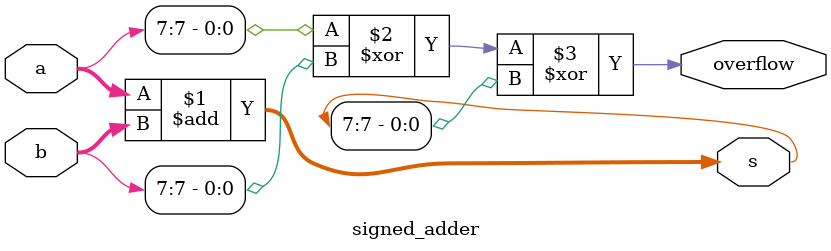
<source format=v>

module signed_adder(input [7:0] a,
    input [7:0] b,
    output [7:0] s,
    output overflow
); 

// The numbers a and b are added to the output s. 
// assign the occurence of the signed overflow of a and b to the output overflow.
// a signed overflow occurs if the most significant bits of a and b are low and the most significant bit of s is high
// a signed overflow may also occur if the most significant bits of a and b are high and the most significant bit of s is low


assign s = a + b;
assign overflow = a[7] ^ b[7] ^ s[7];

endmodule

</source>
